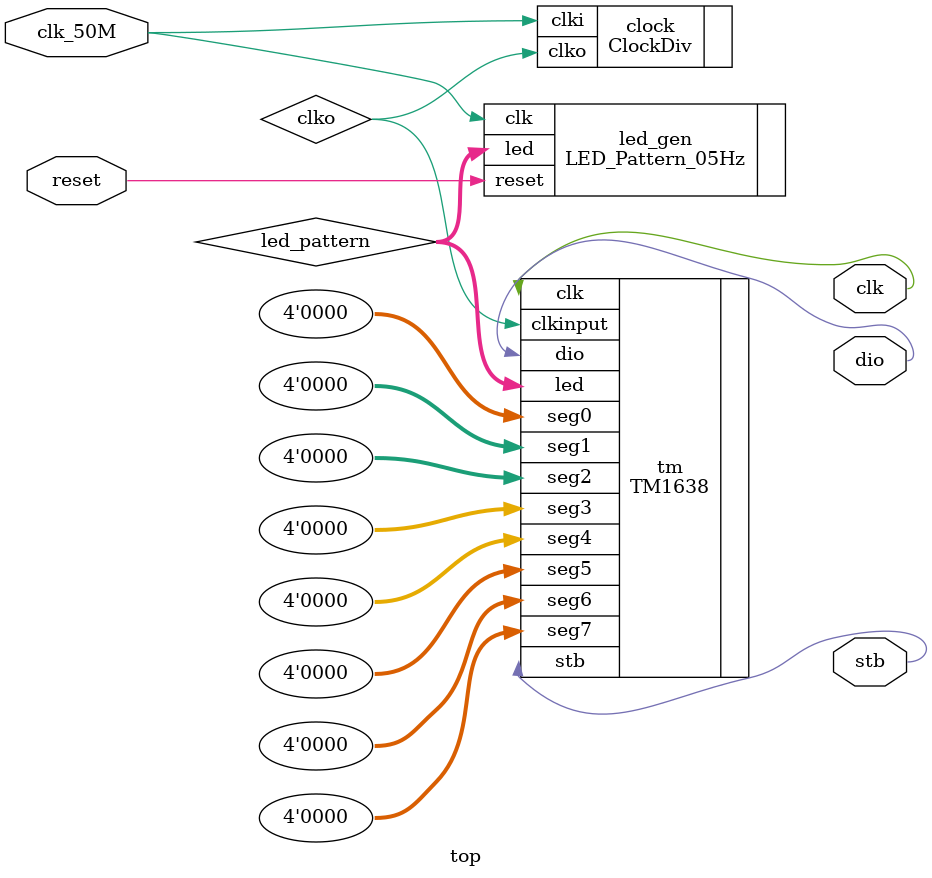
<source format=v>
`timescale 1ns / 1ps
module top(
    input clk_50M,
	 input wire reset,
    output wire clk,
    output wire stb,
    output wire dio
    );

	wire clko;
	wire [7:0] led_pattern;
	
	ClockDiv clock (.clki(clk_50M), .clko(clko));
	
	// LED Pattern Generator
	LED_Pattern_05Hz led_gen (
		.clk(clk_50M),
		.reset(reset),
		.led(led_pattern)
	);
	
	TM1638 tm (
		.led(led_pattern),
		.seg7(4'd0),
		.seg6(4'd0),
		.seg5(4'd0),
		.seg4(4'd0),
		.seg3(4'd0),
		.seg2(4'd0),
		.seg1(4'd0),
		.seg0(4'd0),
		.clkinput(clko),
		.clk(clk),
		.stb(stb),
		.dio(dio)
	);

endmodule

</source>
